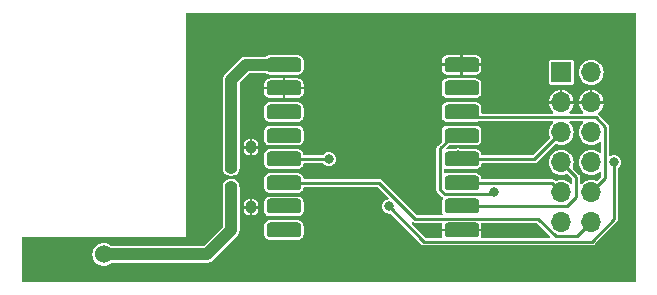
<source format=gbr>
%TF.GenerationSoftware,KiCad,Pcbnew,7.0.4*%
%TF.CreationDate,2023-05-26T13:29:50+02:00*%
%TF.ProjectId,RFM9xW_ANT,52464d39-7857-45f4-914e-542e6b696361,rev?*%
%TF.SameCoordinates,Original*%
%TF.FileFunction,Copper,L1,Top*%
%TF.FilePolarity,Positive*%
%FSLAX46Y46*%
G04 Gerber Fmt 4.6, Leading zero omitted, Abs format (unit mm)*
G04 Created by KiCad (PCBNEW 7.0.4) date 2023-05-26 13:29:50*
%MOMM*%
%LPD*%
G01*
G04 APERTURE LIST*
G04 Aperture macros list*
%AMRoundRect*
0 Rectangle with rounded corners*
0 $1 Rounding radius*
0 $2 $3 $4 $5 $6 $7 $8 $9 X,Y pos of 4 corners*
0 Add a 4 corners polygon primitive as box body*
4,1,4,$2,$3,$4,$5,$6,$7,$8,$9,$2,$3,0*
0 Add four circle primitives for the rounded corners*
1,1,$1+$1,$2,$3*
1,1,$1+$1,$4,$5*
1,1,$1+$1,$6,$7*
1,1,$1+$1,$8,$9*
0 Add four rect primitives between the rounded corners*
20,1,$1+$1,$2,$3,$4,$5,0*
20,1,$1+$1,$4,$5,$6,$7,0*
20,1,$1+$1,$6,$7,$8,$9,0*
20,1,$1+$1,$8,$9,$2,$3,0*%
G04 Aperture macros list end*
%TA.AperFunction,ComponentPad*%
%ADD10R,1.700000X1.700000*%
%TD*%
%TA.AperFunction,ComponentPad*%
%ADD11O,1.700000X1.700000*%
%TD*%
%TA.AperFunction,SMDPad,CuDef*%
%ADD12RoundRect,0.200000X-0.200000X-0.275000X0.200000X-0.275000X0.200000X0.275000X-0.200000X0.275000X0*%
%TD*%
%TA.AperFunction,SMDPad,CuDef*%
%ADD13RoundRect,0.317500X1.157500X0.317500X-1.157500X0.317500X-1.157500X-0.317500X1.157500X-0.317500X0*%
%TD*%
%TA.AperFunction,SMDPad,CuDef*%
%ADD14RoundRect,0.200000X-0.275000X0.200000X-0.275000X-0.200000X0.275000X-0.200000X0.275000X0.200000X0*%
%TD*%
%TA.AperFunction,ComponentPad*%
%ADD15C,1.524000*%
%TD*%
%TA.AperFunction,ViaPad*%
%ADD16C,0.800000*%
%TD*%
%TA.AperFunction,Conductor*%
%ADD17C,0.250000*%
%TD*%
%TA.AperFunction,Conductor*%
%ADD18C,1.000000*%
%TD*%
G04 APERTURE END LIST*
D10*
%TO.P,J1,1,Pin_1*%
%TO.N,VCC*%
X149860000Y-43180000D03*
D11*
%TO.P,J1,2,Pin_2*%
X152400000Y-43180000D03*
%TO.P,J1,3,Pin_3*%
%TO.N,GND*%
X149860000Y-45720000D03*
%TO.P,J1,4,Pin_4*%
X152400000Y-45720000D03*
%TO.P,J1,5,Pin_5*%
%TO.N,SCK*%
X149860000Y-48260000D03*
%TO.P,J1,6,Pin_6*%
%TO.N,unconnected-(J1-Pin_6-Pad6)*%
X152400000Y-48260000D03*
%TO.P,J1,7,Pin_7*%
%TO.N,MISO*%
X149860000Y-50800000D03*
%TO.P,J1,8,Pin_8*%
%TO.N,nCS2*%
X152400000Y-50800000D03*
%TO.P,J1,9,Pin_9*%
%TO.N,MOSI*%
X149860000Y-53340000D03*
%TO.P,J1,10,Pin_10*%
%TO.N,nRESET*%
X152400000Y-53340000D03*
%TO.P,J1,11,Pin_11*%
%TO.N,nCS*%
X149860000Y-55880000D03*
%TO.P,J1,12,Pin_12*%
%TO.N,DIO0*%
X152400000Y-55880000D03*
%TD*%
D12*
%TO.P,M3,1*%
%TO.N,Net-(AE1-A)*%
X121920000Y-54610000D03*
%TO.P,M3,2*%
%TO.N,GND*%
X123570000Y-54610000D03*
%TD*%
D13*
%TO.P,U1,1,GND*%
%TO.N,GND*%
X141415000Y-56530000D03*
%TO.P,U1,2,MISO*%
%TO.N,MISO*%
X141415000Y-54530000D03*
%TO.P,U1,3,MOSI*%
%TO.N,MOSI*%
X141415000Y-52530000D03*
%TO.P,U1,4,SCK*%
%TO.N,SCK*%
X141415000Y-50530000D03*
%TO.P,U1,5,NSS*%
%TO.N,nCS*%
X141415000Y-48530000D03*
%TO.P,U1,6,RESET*%
%TO.N,nRESET*%
X141415000Y-46530000D03*
%TO.P,U1,7,DIO5*%
%TO.N,unconnected-(U1-DIO5-Pad7)*%
X141415000Y-44530000D03*
%TO.P,U1,8,GND*%
%TO.N,GND*%
X141415000Y-42530000D03*
%TO.P,U1,9,ANT*%
%TO.N,Net-(U1-ANT)*%
X126365000Y-42530000D03*
%TO.P,U1,10,GND*%
%TO.N,GND*%
X126365000Y-44530000D03*
%TO.P,U1,11,DIO3*%
%TO.N,unconnected-(U1-DIO3-Pad11)*%
X126365000Y-46530000D03*
%TO.P,U1,12,DIO4*%
%TO.N,unconnected-(U1-DIO4-Pad12)*%
X126365000Y-48530000D03*
%TO.P,U1,13,3.3V*%
%TO.N,VCC*%
X126365000Y-50530000D03*
%TO.P,U1,14,DIO0*%
%TO.N,DIO0*%
X126365000Y-52530000D03*
%TO.P,U1,15,DIO1*%
%TO.N,unconnected-(U1-DIO1-Pad15)*%
X126365000Y-54530000D03*
%TO.P,U1,16,DIO2*%
%TO.N,unconnected-(U1-DIO2-Pad16)*%
X126365000Y-56530000D03*
%TD*%
D12*
%TO.P,M1,1*%
%TO.N,Net-(U1-ANT)*%
X121920000Y-49530000D03*
%TO.P,M1,2*%
%TO.N,GND*%
X123570000Y-49530000D03*
%TD*%
D14*
%TO.P,M2,1*%
%TO.N,Net-(U1-ANT)*%
X121920000Y-51245000D03*
%TO.P,M2,2*%
%TO.N,Net-(AE1-A)*%
X121920000Y-52895000D03*
%TD*%
D15*
%TO.P,AE1,1,A*%
%TO.N,Net-(AE1-A)*%
X111125000Y-58600000D03*
%TD*%
D16*
%TO.N,GND*%
X104775000Y-57785000D03*
X104775000Y-59055000D03*
X104775000Y-60325000D03*
X106045000Y-60325000D03*
X107315000Y-60325000D03*
X108585000Y-60325000D03*
X109855000Y-60325000D03*
X111125000Y-60325000D03*
X112395000Y-60325000D03*
X113665000Y-60325000D03*
X114935000Y-60325000D03*
X116205000Y-60325000D03*
X117475000Y-60325000D03*
X142875000Y-38735000D03*
X132080000Y-50165000D03*
X155575000Y-40005000D03*
X154305000Y-60325000D03*
X155575000Y-56515000D03*
X128905000Y-60325000D03*
X123825000Y-60325000D03*
X155575000Y-55245000D03*
X126365000Y-38735000D03*
X155575000Y-41275000D03*
X130175000Y-38735000D03*
X135255000Y-38735000D03*
X132715000Y-60325000D03*
X149225000Y-60325000D03*
X128905000Y-38735000D03*
X155575000Y-57785000D03*
X139065000Y-60325000D03*
X126365000Y-60325000D03*
X144145000Y-38735000D03*
X150495000Y-38735000D03*
X132715000Y-38735000D03*
X131445000Y-60325000D03*
X155575000Y-59055000D03*
X151765000Y-60325000D03*
X137795000Y-60325000D03*
X147955000Y-51435000D03*
X122555000Y-38735000D03*
X155575000Y-38735000D03*
X121285000Y-60325000D03*
X153035000Y-60325000D03*
X145415000Y-38735000D03*
X154305000Y-38735000D03*
X127635000Y-38735000D03*
X133985000Y-60325000D03*
X155575000Y-43815000D03*
X144145000Y-60325000D03*
X155575000Y-45085000D03*
X127635000Y-60325000D03*
X155575000Y-53975000D03*
X155575000Y-51435000D03*
X125095000Y-38735000D03*
X150495000Y-60325000D03*
X155575000Y-42545000D03*
X122555000Y-60325000D03*
X151765000Y-38735000D03*
X137795000Y-38735000D03*
X121285000Y-38735000D03*
X153035000Y-38735000D03*
X155575000Y-52705000D03*
X125095000Y-60325000D03*
X142875000Y-60325000D03*
X120015000Y-38735000D03*
X140335000Y-60325000D03*
X130175000Y-60325000D03*
X145415000Y-56515000D03*
X149225000Y-38735000D03*
X139065000Y-56515000D03*
X118745000Y-38735000D03*
X155575000Y-50165000D03*
X155575000Y-47625000D03*
X146685000Y-38735000D03*
X146050000Y-48260000D03*
X118745000Y-60325000D03*
X146685000Y-60325000D03*
X155575000Y-46355000D03*
X144145000Y-56515000D03*
X135255000Y-60325000D03*
X141605000Y-60325000D03*
X155575000Y-60325000D03*
X136525000Y-38735000D03*
X133985000Y-38735000D03*
X155575000Y-48895000D03*
X139065000Y-38735000D03*
X120015000Y-60325000D03*
X123825000Y-38735000D03*
X145415000Y-60325000D03*
X146685000Y-56515000D03*
X141605000Y-38735000D03*
X147955000Y-38735000D03*
X147955000Y-60325000D03*
X136525000Y-60325000D03*
X140335000Y-38735000D03*
X131445000Y-38735000D03*
%TO.N,nCS*%
X144145000Y-53340000D03*
%TO.N,SCK*%
X141104326Y-50219325D03*
%TO.N,MOSI*%
X140690500Y-52530000D03*
%TO.N,MISO*%
X141415000Y-54530000D03*
%TO.N,VCC*%
X130175000Y-50530000D03*
%TO.N,nCS2*%
X135267299Y-54530500D03*
X154305000Y-50800000D03*
%TD*%
D17*
%TO.N,DIO0*%
X126365000Y-52530000D02*
X134445000Y-52530000D01*
X134445000Y-52530000D02*
X137485000Y-55570000D01*
X151225000Y-57055000D02*
X152400000Y-55880000D01*
X149373299Y-57055000D02*
X151225000Y-57055000D01*
X147888299Y-55570000D02*
X149373299Y-57055000D01*
X137485000Y-55570000D02*
X147888299Y-55570000D01*
%TO.N,nRESET*%
X152400000Y-53340000D02*
X153575000Y-52165000D01*
X153575000Y-47773299D02*
X152791701Y-46990000D01*
X153575000Y-52165000D02*
X153575000Y-47773299D01*
X152791701Y-46990000D02*
X141875000Y-46990000D01*
X141875000Y-46990000D02*
X141415000Y-46530000D01*
%TO.N,nCS*%
X140700000Y-48530000D02*
X141415000Y-48530000D01*
X139991368Y-53490000D02*
X139615000Y-53113632D01*
X139615000Y-49615000D02*
X140700000Y-48530000D01*
X143995000Y-53490000D02*
X139991368Y-53490000D01*
X144145000Y-53340000D02*
X143995000Y-53490000D01*
X139615000Y-53113632D02*
X139615000Y-49615000D01*
%TO.N,SCK*%
X147590000Y-50530000D02*
X149860000Y-48260000D01*
X141415000Y-50530000D02*
X147590000Y-50530000D01*
%TO.N,MOSI*%
X149860000Y-53340000D02*
X149050000Y-52530000D01*
X149050000Y-52530000D02*
X140690500Y-52530000D01*
%TO.N,MISO*%
X151130000Y-52070000D02*
X149860000Y-50800000D01*
X150331701Y-54530000D02*
X151130000Y-53731701D01*
X151130000Y-53731701D02*
X151130000Y-52070000D01*
X141415000Y-54530000D02*
X150331701Y-54530000D01*
%TO.N,VCC*%
X126365000Y-50530000D02*
X129810000Y-50530000D01*
%TO.N,nCS2*%
X154305000Y-55636701D02*
X154305000Y-50800000D01*
X138241799Y-57505000D02*
X152436701Y-57505000D01*
X135267299Y-54530500D02*
X138241799Y-57505000D01*
X152436701Y-57505000D02*
X154305000Y-55636701D01*
D18*
%TO.N,Net-(AE1-A)*%
X111125000Y-58600000D02*
X119835000Y-58600000D01*
X121920000Y-56515000D02*
X121920000Y-52895000D01*
X119835000Y-58600000D02*
X121920000Y-56515000D01*
%TO.N,Net-(U1-ANT)*%
X126350000Y-42545000D02*
X126365000Y-42530000D01*
X121920000Y-49530000D02*
X121920000Y-43815000D01*
X123190000Y-42545000D02*
X126350000Y-42545000D01*
X121920000Y-51245000D02*
X121920000Y-49530000D01*
X121920000Y-43815000D02*
X123190000Y-42545000D01*
%TD*%
%TA.AperFunction,Conductor*%
%TO.N,GND*%
G36*
X137342820Y-55867806D02*
G01*
X137345316Y-55869554D01*
X137346767Y-55869942D01*
X137370659Y-55879840D01*
X137371954Y-55880588D01*
X137380854Y-55882157D01*
X137412365Y-55887713D01*
X137416544Y-55888638D01*
X137456193Y-55899263D01*
X137497065Y-55895687D01*
X137501365Y-55895500D01*
X139680764Y-55895500D01*
X139738955Y-55914407D01*
X139774919Y-55963907D01*
X139774919Y-56025093D01*
X139772861Y-56030819D01*
X139749987Y-56088821D01*
X139740000Y-56171983D01*
X139740000Y-56429999D01*
X139740001Y-56430000D01*
X143089999Y-56430000D01*
X143090000Y-56429998D01*
X143090000Y-56171989D01*
X143089999Y-56171983D01*
X143080012Y-56088821D01*
X143057139Y-56030819D01*
X143053380Y-55969749D01*
X143086235Y-55918134D01*
X143143154Y-55895687D01*
X143149236Y-55895500D01*
X147712465Y-55895500D01*
X147770656Y-55914407D01*
X147782469Y-55924496D01*
X148868469Y-57010496D01*
X148896246Y-57065013D01*
X148886675Y-57125445D01*
X148843410Y-57168710D01*
X148798465Y-57179500D01*
X143143321Y-57179500D01*
X143085130Y-57160593D01*
X143049166Y-57111093D01*
X143049166Y-57049907D01*
X143051224Y-57044181D01*
X143080012Y-56971178D01*
X143089999Y-56888016D01*
X143090000Y-56888010D01*
X143090000Y-56630001D01*
X143089999Y-56630000D01*
X139740000Y-56630000D01*
X139740000Y-56888016D01*
X139749987Y-56971178D01*
X139778776Y-57044181D01*
X139782535Y-57105251D01*
X139749680Y-57156867D01*
X139692761Y-57179313D01*
X139686679Y-57179500D01*
X138417634Y-57179500D01*
X138359443Y-57160593D01*
X138347630Y-57150504D01*
X137216032Y-56018906D01*
X137188255Y-55964389D01*
X137197826Y-55903957D01*
X137241091Y-55860692D01*
X137301523Y-55851121D01*
X137342820Y-55867806D01*
G37*
%TD.AperFunction*%
%TA.AperFunction,Conductor*%
G36*
X151676468Y-47334407D02*
G01*
X151712432Y-47383907D01*
X151712432Y-47445093D01*
X151681082Y-47491028D01*
X151653595Y-47513585D01*
X151653585Y-47513595D01*
X151522316Y-47673547D01*
X151424768Y-47856045D01*
X151364699Y-48054065D01*
X151364698Y-48054070D01*
X151344417Y-48259996D01*
X151344417Y-48260003D01*
X151364698Y-48465929D01*
X151364699Y-48465934D01*
X151424768Y-48663954D01*
X151522316Y-48846452D01*
X151653542Y-49006352D01*
X151653590Y-49006410D01*
X151653595Y-49006414D01*
X151813547Y-49137683D01*
X151813548Y-49137683D01*
X151813550Y-49137685D01*
X151996046Y-49235232D01*
X152133996Y-49277078D01*
X152194065Y-49295300D01*
X152194070Y-49295301D01*
X152399997Y-49315583D01*
X152400000Y-49315583D01*
X152400003Y-49315583D01*
X152605929Y-49295301D01*
X152605934Y-49295300D01*
X152605933Y-49295299D01*
X152803954Y-49235232D01*
X152986450Y-49137685D01*
X153087697Y-49054594D01*
X153144671Y-49032295D01*
X153203874Y-49047743D01*
X153242690Y-49095040D01*
X153249500Y-49131123D01*
X153249500Y-49928876D01*
X153230593Y-49987067D01*
X153181093Y-50023031D01*
X153119907Y-50023031D01*
X153087695Y-50005404D01*
X153027776Y-49956230D01*
X152986452Y-49922316D01*
X152803954Y-49824768D01*
X152605934Y-49764699D01*
X152605929Y-49764698D01*
X152400003Y-49744417D01*
X152399997Y-49744417D01*
X152194070Y-49764698D01*
X152194065Y-49764699D01*
X151996045Y-49824768D01*
X151813547Y-49922316D01*
X151653595Y-50053585D01*
X151653585Y-50053595D01*
X151522316Y-50213547D01*
X151424768Y-50396045D01*
X151364699Y-50594065D01*
X151364698Y-50594070D01*
X151344417Y-50799996D01*
X151344417Y-50800003D01*
X151364698Y-51005929D01*
X151364699Y-51005934D01*
X151424768Y-51203954D01*
X151522316Y-51386452D01*
X151653585Y-51546404D01*
X151653590Y-51546410D01*
X151653595Y-51546414D01*
X151813547Y-51677683D01*
X151813548Y-51677683D01*
X151813550Y-51677685D01*
X151996046Y-51775232D01*
X152133997Y-51817078D01*
X152194065Y-51835300D01*
X152194070Y-51835301D01*
X152399997Y-51855583D01*
X152400000Y-51855583D01*
X152400003Y-51855583D01*
X152605929Y-51835301D01*
X152605934Y-51835300D01*
X152621276Y-51830646D01*
X152803954Y-51775232D01*
X152986450Y-51677685D01*
X153087697Y-51594594D01*
X153144671Y-51572295D01*
X153203874Y-51587743D01*
X153242690Y-51635040D01*
X153249500Y-51671123D01*
X153249500Y-51989166D01*
X153230593Y-52047357D01*
X153220503Y-52059170D01*
X152928175Y-52351497D01*
X152873659Y-52379274D01*
X152813227Y-52369703D01*
X152811504Y-52368803D01*
X152803959Y-52364770D01*
X152803954Y-52364768D01*
X152605934Y-52304699D01*
X152605929Y-52304698D01*
X152400003Y-52284417D01*
X152399997Y-52284417D01*
X152194070Y-52304698D01*
X152194065Y-52304699D01*
X151996045Y-52364768D01*
X151813547Y-52462316D01*
X151653595Y-52593585D01*
X151653585Y-52593595D01*
X151631028Y-52621082D01*
X151579497Y-52654069D01*
X151518417Y-52650467D01*
X151471121Y-52611652D01*
X151455500Y-52558277D01*
X151455500Y-52086364D01*
X151455687Y-52082067D01*
X151459263Y-52041193D01*
X151448638Y-52001544D01*
X151447713Y-51997365D01*
X151440588Y-51956955D01*
X151440588Y-51956954D01*
X151439840Y-51955659D01*
X151429942Y-51931767D01*
X151429554Y-51930316D01*
X151406022Y-51896709D01*
X151403707Y-51893074D01*
X151383193Y-51857544D01*
X151376221Y-51851694D01*
X151351771Y-51831178D01*
X151348594Y-51828266D01*
X150848502Y-51328175D01*
X150820725Y-51273658D01*
X150830296Y-51213226D01*
X150831154Y-51211582D01*
X150835232Y-51203954D01*
X150895300Y-51005934D01*
X150895301Y-51005929D01*
X150915583Y-50800003D01*
X150915583Y-50799996D01*
X150895301Y-50594070D01*
X150895300Y-50594065D01*
X150875866Y-50529999D01*
X150835232Y-50396046D01*
X150737685Y-50213550D01*
X150730667Y-50204999D01*
X150606414Y-50053595D01*
X150606410Y-50053590D01*
X150606404Y-50053585D01*
X150446452Y-49922316D01*
X150263954Y-49824768D01*
X150065934Y-49764699D01*
X150065929Y-49764698D01*
X149860003Y-49744417D01*
X149859997Y-49744417D01*
X149654070Y-49764698D01*
X149654065Y-49764699D01*
X149456045Y-49824768D01*
X149273547Y-49922316D01*
X149113595Y-50053585D01*
X149113585Y-50053595D01*
X148982316Y-50213547D01*
X148884768Y-50396045D01*
X148824699Y-50594065D01*
X148824698Y-50594070D01*
X148804417Y-50799996D01*
X148804417Y-50800003D01*
X148824698Y-51005929D01*
X148824699Y-51005934D01*
X148884768Y-51203954D01*
X148982316Y-51386452D01*
X149113585Y-51546404D01*
X149113590Y-51546410D01*
X149113595Y-51546414D01*
X149273547Y-51677683D01*
X149273548Y-51677683D01*
X149273550Y-51677685D01*
X149456046Y-51775232D01*
X149593997Y-51817078D01*
X149654065Y-51835300D01*
X149654070Y-51835301D01*
X149859997Y-51855583D01*
X149860000Y-51855583D01*
X149860003Y-51855583D01*
X150065929Y-51835301D01*
X150065934Y-51835300D01*
X150081276Y-51830646D01*
X150263954Y-51775232D01*
X150271503Y-51771196D01*
X150331733Y-51760439D01*
X150386786Y-51787139D01*
X150388175Y-51788502D01*
X150775503Y-52175829D01*
X150803281Y-52230346D01*
X150804500Y-52245833D01*
X150804500Y-52558277D01*
X150785593Y-52616468D01*
X150736093Y-52652432D01*
X150674907Y-52652432D01*
X150628972Y-52621082D01*
X150606414Y-52593595D01*
X150606410Y-52593590D01*
X150563381Y-52558277D01*
X150446452Y-52462316D01*
X150263954Y-52364768D01*
X150065934Y-52304699D01*
X150065929Y-52304698D01*
X149860003Y-52284417D01*
X149859997Y-52284417D01*
X149654070Y-52304698D01*
X149654065Y-52304699D01*
X149456052Y-52364766D01*
X149456049Y-52364767D01*
X149456046Y-52364768D01*
X149456044Y-52364768D01*
X149456041Y-52364770D01*
X149448489Y-52368807D01*
X149388255Y-52379558D01*
X149333206Y-52352852D01*
X149331823Y-52351497D01*
X149291741Y-52311414D01*
X149288822Y-52308229D01*
X149262456Y-52276806D01*
X149239818Y-52263736D01*
X149226918Y-52256288D01*
X149223288Y-52253975D01*
X149189684Y-52230446D01*
X149189679Y-52230443D01*
X149188224Y-52230054D01*
X149164348Y-52220164D01*
X149163045Y-52219411D01*
X149122652Y-52212289D01*
X149118436Y-52211354D01*
X149098567Y-52206030D01*
X149078807Y-52200736D01*
X149078806Y-52200736D01*
X149074381Y-52201123D01*
X149037926Y-52204312D01*
X149033626Y-52204500D01*
X143182232Y-52204500D01*
X143124041Y-52185593D01*
X143088077Y-52136093D01*
X143083938Y-52117305D01*
X143083535Y-52113952D01*
X143080503Y-52088703D01*
X143028265Y-51956236D01*
X143028261Y-51956231D01*
X143028261Y-51956230D01*
X142942228Y-51842779D01*
X142942225Y-51842775D01*
X142930183Y-51833643D01*
X142828769Y-51756738D01*
X142828766Y-51756737D01*
X142828764Y-51756735D01*
X142696297Y-51704497D01*
X142644087Y-51698227D01*
X142613054Y-51694500D01*
X142613052Y-51694500D01*
X140216948Y-51694500D01*
X140216945Y-51694500D01*
X140133702Y-51704497D01*
X140095818Y-51719436D01*
X140075817Y-51727324D01*
X140014749Y-51731082D01*
X139963133Y-51698227D01*
X139940687Y-51641307D01*
X139940500Y-51635226D01*
X139940500Y-51424773D01*
X139959407Y-51366582D01*
X140008907Y-51330618D01*
X140070093Y-51330618D01*
X140075791Y-51332665D01*
X140133703Y-51355503D01*
X140216948Y-51365500D01*
X140216950Y-51365500D01*
X142613050Y-51365500D01*
X142613052Y-51365500D01*
X142696297Y-51355503D01*
X142828764Y-51303265D01*
X142942225Y-51217225D01*
X143028265Y-51103764D01*
X143080503Y-50971297D01*
X143083937Y-50942695D01*
X143109650Y-50887174D01*
X143163085Y-50857369D01*
X143182232Y-50855500D01*
X147573626Y-50855500D01*
X147577926Y-50855687D01*
X147618807Y-50859264D01*
X147658452Y-50848640D01*
X147662650Y-50847710D01*
X147703045Y-50840588D01*
X147704345Y-50839838D01*
X147728236Y-50829942D01*
X147728464Y-50829880D01*
X147729684Y-50829554D01*
X147763303Y-50806012D01*
X147766911Y-50803714D01*
X147802455Y-50783194D01*
X147828838Y-50751750D01*
X147831726Y-50748598D01*
X149331824Y-49248500D01*
X149386339Y-49220725D01*
X149446771Y-49230296D01*
X149448493Y-49231195D01*
X149456046Y-49235232D01*
X149567841Y-49269144D01*
X149654065Y-49295300D01*
X149654070Y-49295301D01*
X149859997Y-49315583D01*
X149860000Y-49315583D01*
X149860003Y-49315583D01*
X150065929Y-49295301D01*
X150065934Y-49295300D01*
X150065934Y-49295299D01*
X150263954Y-49235232D01*
X150446450Y-49137685D01*
X150606410Y-49006410D01*
X150737685Y-48846450D01*
X150835232Y-48663954D01*
X150895300Y-48465934D01*
X150895301Y-48465929D01*
X150915583Y-48260003D01*
X150915583Y-48259996D01*
X150895301Y-48054070D01*
X150895300Y-48054065D01*
X150865622Y-47956230D01*
X150835232Y-47856046D01*
X150737685Y-47673550D01*
X150726773Y-47660254D01*
X150622407Y-47533083D01*
X150606410Y-47513590D01*
X150578918Y-47491028D01*
X150545931Y-47439497D01*
X150549533Y-47378417D01*
X150588348Y-47331121D01*
X150641723Y-47315500D01*
X151618277Y-47315500D01*
X151676468Y-47334407D01*
G37*
%TD.AperFunction*%
%TA.AperFunction,Conductor*%
G36*
X156143691Y-38144407D02*
G01*
X156179655Y-38193907D01*
X156184500Y-38224500D01*
X156184500Y-60835500D01*
X156165593Y-60893691D01*
X156116093Y-60929655D01*
X156085500Y-60934500D01*
X119380000Y-60934500D01*
X119380000Y-59300500D01*
X119812341Y-59300500D01*
X119815306Y-59300589D01*
X119872904Y-59304073D01*
X119877605Y-59304358D01*
X119877605Y-59304357D01*
X119877606Y-59304358D01*
X119939019Y-59293103D01*
X119941924Y-59292661D01*
X120003872Y-59285140D01*
X120015462Y-59280744D01*
X120032725Y-59275931D01*
X120044932Y-59273695D01*
X120101854Y-59248075D01*
X120104588Y-59246943D01*
X120162930Y-59224818D01*
X120173142Y-59217768D01*
X120188750Y-59208965D01*
X120200057Y-59203878D01*
X120249174Y-59165395D01*
X120251582Y-59163625D01*
X120302929Y-59128183D01*
X120302929Y-59128182D01*
X120344307Y-59081474D01*
X120346337Y-59079319D01*
X122399319Y-57026337D01*
X122401474Y-57024307D01*
X122448183Y-56982929D01*
X122483628Y-56931577D01*
X122485401Y-56929167D01*
X122517613Y-56888052D01*
X124689500Y-56888052D01*
X124699497Y-56971297D01*
X124751735Y-57103764D01*
X124751737Y-57103766D01*
X124751738Y-57103769D01*
X124809025Y-57179313D01*
X124837775Y-57217225D01*
X124837779Y-57217228D01*
X124951230Y-57303261D01*
X124951231Y-57303261D01*
X124951236Y-57303265D01*
X125083703Y-57355503D01*
X125166948Y-57365500D01*
X125166950Y-57365500D01*
X127563050Y-57365500D01*
X127563052Y-57365500D01*
X127646297Y-57355503D01*
X127778764Y-57303265D01*
X127892225Y-57217225D01*
X127978265Y-57103764D01*
X128030503Y-56971297D01*
X128040500Y-56888052D01*
X128040500Y-56171948D01*
X128030503Y-56088703D01*
X127978265Y-55956236D01*
X127978261Y-55956231D01*
X127978261Y-55956230D01*
X127892228Y-55842779D01*
X127892225Y-55842775D01*
X127866404Y-55823194D01*
X127778769Y-55756738D01*
X127778766Y-55756737D01*
X127778764Y-55756735D01*
X127646297Y-55704497D01*
X127604674Y-55699498D01*
X127563054Y-55694500D01*
X127563052Y-55694500D01*
X125166948Y-55694500D01*
X125166945Y-55694500D01*
X125104514Y-55701997D01*
X125083703Y-55704497D01*
X124951236Y-55756735D01*
X124951234Y-55756736D01*
X124951230Y-55756738D01*
X124837779Y-55842771D01*
X124837771Y-55842779D01*
X124751738Y-55956230D01*
X124751736Y-55956234D01*
X124751735Y-55956236D01*
X124699497Y-56088703D01*
X124689500Y-56171948D01*
X124689500Y-56888052D01*
X122517613Y-56888052D01*
X122523873Y-56880062D01*
X122523872Y-56880062D01*
X122523877Y-56880057D01*
X122528967Y-56868745D01*
X122537766Y-56853144D01*
X122544818Y-56842930D01*
X122566948Y-56784574D01*
X122568080Y-56781840D01*
X122593694Y-56724932D01*
X122593695Y-56724930D01*
X122595929Y-56712736D01*
X122600743Y-56695465D01*
X122605140Y-56683872D01*
X122612665Y-56621893D01*
X122613101Y-56619022D01*
X122624357Y-56557606D01*
X122620589Y-56495316D01*
X122620500Y-56492352D01*
X122620500Y-54710000D01*
X122970000Y-54710000D01*
X122970001Y-54916483D01*
X122970001Y-54916485D01*
X122984833Y-55010141D01*
X122984836Y-55010151D01*
X123042358Y-55123043D01*
X123131956Y-55212641D01*
X123244848Y-55270163D01*
X123244852Y-55270164D01*
X123338515Y-55284999D01*
X123470000Y-55284999D01*
X123470000Y-55284998D01*
X123669999Y-55284998D01*
X123670000Y-55284999D01*
X123801483Y-55284999D01*
X123801485Y-55284998D01*
X123895141Y-55270166D01*
X123895151Y-55270163D01*
X124008043Y-55212641D01*
X124097641Y-55123043D01*
X124155163Y-55010151D01*
X124155164Y-55010147D01*
X124170000Y-54916484D01*
X124170000Y-54888054D01*
X124689500Y-54888054D01*
X124693806Y-54923907D01*
X124699497Y-54971297D01*
X124751735Y-55103764D01*
X124751737Y-55103766D01*
X124751738Y-55103769D01*
X124837770Y-55217219D01*
X124837775Y-55217225D01*
X124837779Y-55217228D01*
X124951230Y-55303261D01*
X124951231Y-55303261D01*
X124951236Y-55303265D01*
X125083703Y-55355503D01*
X125166948Y-55365500D01*
X125166950Y-55365500D01*
X127563050Y-55365500D01*
X127563052Y-55365500D01*
X127646297Y-55355503D01*
X127778764Y-55303265D01*
X127892225Y-55217225D01*
X127893531Y-55215504D01*
X127978261Y-55103769D01*
X127978260Y-55103769D01*
X127978265Y-55103764D01*
X128030503Y-54971297D01*
X128040500Y-54888052D01*
X128040500Y-54171948D01*
X128030503Y-54088703D01*
X127978265Y-53956236D01*
X127978261Y-53956231D01*
X127978261Y-53956230D01*
X127892228Y-53842779D01*
X127892225Y-53842775D01*
X127886104Y-53838133D01*
X127778769Y-53756738D01*
X127778766Y-53756737D01*
X127778764Y-53756735D01*
X127646297Y-53704497D01*
X127604674Y-53699498D01*
X127563054Y-53694500D01*
X127563052Y-53694500D01*
X125166948Y-53694500D01*
X125166945Y-53694500D01*
X125104514Y-53701997D01*
X125083703Y-53704497D01*
X124951236Y-53756735D01*
X124951234Y-53756736D01*
X124951230Y-53756738D01*
X124837779Y-53842771D01*
X124837771Y-53842779D01*
X124751738Y-53956230D01*
X124751736Y-53956234D01*
X124751735Y-53956236D01*
X124700400Y-54086414D01*
X124699497Y-54088704D01*
X124689500Y-54171945D01*
X124689500Y-54888054D01*
X124170000Y-54888054D01*
X124170000Y-54710001D01*
X124169999Y-54710000D01*
X123670001Y-54710000D01*
X123669999Y-54710001D01*
X123669999Y-55284998D01*
X123470000Y-55284998D01*
X123470000Y-54710001D01*
X123469999Y-54710000D01*
X122970000Y-54710000D01*
X122620500Y-54710000D01*
X122620500Y-54509998D01*
X122970000Y-54509998D01*
X122970001Y-54510000D01*
X123469999Y-54510000D01*
X123470000Y-54509998D01*
X123470000Y-53935001D01*
X123469999Y-53935000D01*
X123669999Y-53935000D01*
X123669999Y-54509998D01*
X123670001Y-54510000D01*
X124169998Y-54510000D01*
X124169999Y-54509999D01*
X124169999Y-54303516D01*
X124169998Y-54303514D01*
X124155166Y-54209858D01*
X124155163Y-54209848D01*
X124097641Y-54096956D01*
X124008043Y-54007358D01*
X123895151Y-53949836D01*
X123895147Y-53949835D01*
X123801484Y-53935000D01*
X123669999Y-53935000D01*
X123469999Y-53935000D01*
X123338517Y-53935000D01*
X123338514Y-53935001D01*
X123244858Y-53949833D01*
X123244848Y-53949836D01*
X123131956Y-54007358D01*
X123042358Y-54096956D01*
X122984836Y-54209848D01*
X122984835Y-54209852D01*
X122970000Y-54303515D01*
X122970000Y-54509998D01*
X122620500Y-54509998D01*
X122620500Y-52888052D01*
X124689500Y-52888052D01*
X124699497Y-52971297D01*
X124751735Y-53103764D01*
X124751737Y-53103766D01*
X124751738Y-53103769D01*
X124837771Y-53217220D01*
X124837775Y-53217225D01*
X124837779Y-53217228D01*
X124951230Y-53303261D01*
X124951231Y-53303261D01*
X124951236Y-53303265D01*
X125083703Y-53355503D01*
X125166948Y-53365500D01*
X125166950Y-53365500D01*
X127563050Y-53365500D01*
X127563052Y-53365500D01*
X127646297Y-53355503D01*
X127778764Y-53303265D01*
X127892225Y-53217225D01*
X127978265Y-53103764D01*
X128030503Y-52971297D01*
X128033937Y-52942695D01*
X128059650Y-52887174D01*
X128113085Y-52857369D01*
X128132232Y-52855500D01*
X134269166Y-52855500D01*
X134327357Y-52874407D01*
X134339170Y-52884496D01*
X135224486Y-53769812D01*
X135252263Y-53824329D01*
X135242692Y-53884761D01*
X135199427Y-53928026D01*
X135167405Y-53937969D01*
X135110539Y-53945455D01*
X135110532Y-53945457D01*
X134964460Y-54005962D01*
X134964459Y-54005962D01*
X134839022Y-54102213D01*
X134839012Y-54102223D01*
X134742761Y-54227660D01*
X134742761Y-54227661D01*
X134682256Y-54373733D01*
X134682254Y-54373741D01*
X134661617Y-54530499D01*
X134661617Y-54530500D01*
X134682254Y-54687258D01*
X134682256Y-54687266D01*
X134742761Y-54833338D01*
X134742761Y-54833339D01*
X134826673Y-54942695D01*
X134839017Y-54958782D01*
X134964458Y-55055036D01*
X134964459Y-55055036D01*
X134964460Y-55055037D01*
X135095175Y-55109181D01*
X135110537Y-55115544D01*
X135267299Y-55136182D01*
X135347340Y-55125643D01*
X135407498Y-55136792D01*
X135430265Y-55153792D01*
X138000067Y-57723596D01*
X138002986Y-57726782D01*
X138029344Y-57758194D01*
X138064873Y-57778707D01*
X138068508Y-57781022D01*
X138102115Y-57804554D01*
X138103566Y-57804942D01*
X138127458Y-57814840D01*
X138128753Y-57815588D01*
X138137653Y-57817157D01*
X138169164Y-57822713D01*
X138173343Y-57823638D01*
X138212992Y-57834263D01*
X138253864Y-57830687D01*
X138258164Y-57830500D01*
X152420327Y-57830500D01*
X152424627Y-57830687D01*
X152465508Y-57834264D01*
X152505153Y-57823640D01*
X152509351Y-57822710D01*
X152549746Y-57815588D01*
X152551046Y-57814838D01*
X152574937Y-57804942D01*
X152575165Y-57804880D01*
X152576385Y-57804554D01*
X152610004Y-57781012D01*
X152613612Y-57778714D01*
X152649156Y-57758194D01*
X152675539Y-57726750D01*
X152678430Y-57723596D01*
X154523583Y-55878443D01*
X154526760Y-55875530D01*
X154558194Y-55849156D01*
X154578714Y-55813612D01*
X154581012Y-55810004D01*
X154604554Y-55776385D01*
X154604941Y-55774937D01*
X154614838Y-55751046D01*
X154615588Y-55749746D01*
X154622709Y-55709357D01*
X154623640Y-55705153D01*
X154634264Y-55665508D01*
X154630687Y-55624623D01*
X154630500Y-55620324D01*
X154630500Y-51355970D01*
X154649407Y-51297779D01*
X154669233Y-51277428D01*
X154670759Y-51276257D01*
X154733282Y-51228282D01*
X154829536Y-51102841D01*
X154890044Y-50956762D01*
X154910682Y-50800000D01*
X154910681Y-50799996D01*
X154903913Y-50748587D01*
X154890044Y-50643238D01*
X154829537Y-50497161D01*
X154829537Y-50497160D01*
X154733286Y-50371723D01*
X154733285Y-50371722D01*
X154733282Y-50371718D01*
X154733277Y-50371714D01*
X154733276Y-50371713D01*
X154607838Y-50275462D01*
X154461766Y-50214957D01*
X154461758Y-50214955D01*
X154305001Y-50194318D01*
X154304999Y-50194318D01*
X154148241Y-50214955D01*
X154148232Y-50214957D01*
X154037385Y-50260872D01*
X153976388Y-50265673D01*
X153924220Y-50233703D01*
X153900805Y-50177175D01*
X153900500Y-50169408D01*
X153900500Y-47789672D01*
X153900687Y-47785371D01*
X153904264Y-47744492D01*
X153893640Y-47704847D01*
X153892710Y-47700647D01*
X153887932Y-47673550D01*
X153885588Y-47660254D01*
X153884840Y-47658958D01*
X153874942Y-47635066D01*
X153874554Y-47633615D01*
X153874552Y-47633612D01*
X153874551Y-47633610D01*
X153851025Y-47600011D01*
X153848703Y-47596367D01*
X153828193Y-47560842D01*
X153807069Y-47543118D01*
X153796765Y-47534472D01*
X153793588Y-47531560D01*
X153033442Y-46771414D01*
X153030523Y-46768229D01*
X153004155Y-46736805D01*
X153002581Y-46735484D01*
X153001221Y-46733308D01*
X152998589Y-46730171D01*
X152999029Y-46729801D01*
X152970158Y-46683596D01*
X152974426Y-46622560D01*
X153003413Y-46583117D01*
X153146052Y-46466057D01*
X153146059Y-46466050D01*
X153277268Y-46306170D01*
X153277275Y-46306160D01*
X153374765Y-46123767D01*
X153374767Y-46123762D01*
X153434808Y-45925836D01*
X153434809Y-45925831D01*
X153445232Y-45820000D01*
X152891746Y-45820000D01*
X152900000Y-45791889D01*
X152900000Y-45648111D01*
X152891746Y-45620000D01*
X153445232Y-45620000D01*
X153445232Y-45619999D01*
X153434809Y-45514168D01*
X153434808Y-45514163D01*
X153374767Y-45316237D01*
X153374765Y-45316232D01*
X153277275Y-45133839D01*
X153277268Y-45133829D01*
X153146059Y-44973949D01*
X153146050Y-44973940D01*
X152986170Y-44842731D01*
X152986160Y-44842724D01*
X152803767Y-44745234D01*
X152803762Y-44745232D01*
X152605836Y-44685191D01*
X152605831Y-44685190D01*
X152500000Y-44674767D01*
X152500000Y-45229235D01*
X152435763Y-45220000D01*
X152364237Y-45220000D01*
X152300000Y-45229235D01*
X152300000Y-44674767D01*
X152299999Y-44674767D01*
X152194168Y-44685190D01*
X152194163Y-44685191D01*
X151996237Y-44745232D01*
X151996232Y-44745234D01*
X151813839Y-44842724D01*
X151813829Y-44842731D01*
X151653949Y-44973940D01*
X151653940Y-44973949D01*
X151522731Y-45133829D01*
X151522724Y-45133839D01*
X151425234Y-45316232D01*
X151425232Y-45316237D01*
X151365191Y-45514163D01*
X151365190Y-45514168D01*
X151354767Y-45619999D01*
X151354768Y-45620000D01*
X151908254Y-45620000D01*
X151900000Y-45648111D01*
X151900000Y-45791889D01*
X151908254Y-45820000D01*
X151354767Y-45820000D01*
X151365190Y-45925831D01*
X151365191Y-45925836D01*
X151425232Y-46123762D01*
X151425234Y-46123767D01*
X151522724Y-46306160D01*
X151522731Y-46306170D01*
X151653940Y-46466050D01*
X151653953Y-46466063D01*
X151681868Y-46488972D01*
X151714856Y-46540503D01*
X151711255Y-46601582D01*
X151672439Y-46648879D01*
X151619064Y-46664500D01*
X150640936Y-46664500D01*
X150582745Y-46645593D01*
X150546781Y-46596093D01*
X150546781Y-46534907D01*
X150578132Y-46488972D01*
X150606046Y-46466063D01*
X150606059Y-46466050D01*
X150737268Y-46306170D01*
X150737275Y-46306160D01*
X150834765Y-46123767D01*
X150834767Y-46123762D01*
X150894808Y-45925836D01*
X150894809Y-45925831D01*
X150905232Y-45820000D01*
X150351746Y-45820000D01*
X150360000Y-45791889D01*
X150360000Y-45648111D01*
X150351746Y-45620000D01*
X150905232Y-45620000D01*
X150905232Y-45619999D01*
X150894809Y-45514168D01*
X150894808Y-45514163D01*
X150834767Y-45316237D01*
X150834765Y-45316232D01*
X150737275Y-45133839D01*
X150737268Y-45133829D01*
X150606059Y-44973949D01*
X150606050Y-44973940D01*
X150446170Y-44842731D01*
X150446160Y-44842724D01*
X150263767Y-44745234D01*
X150263762Y-44745232D01*
X150065836Y-44685191D01*
X150065831Y-44685190D01*
X149960000Y-44674767D01*
X149960000Y-45229235D01*
X149895763Y-45220000D01*
X149824237Y-45220000D01*
X149760000Y-45229235D01*
X149760000Y-44674767D01*
X149759999Y-44674767D01*
X149654168Y-44685190D01*
X149654163Y-44685191D01*
X149456237Y-44745232D01*
X149456232Y-44745234D01*
X149273839Y-44842724D01*
X149273829Y-44842731D01*
X149113949Y-44973940D01*
X149113940Y-44973949D01*
X148982731Y-45133829D01*
X148982724Y-45133839D01*
X148885234Y-45316232D01*
X148885232Y-45316237D01*
X148825191Y-45514163D01*
X148825190Y-45514168D01*
X148814767Y-45619999D01*
X148814768Y-45620000D01*
X149368254Y-45620000D01*
X149360000Y-45648111D01*
X149360000Y-45791889D01*
X149368254Y-45820000D01*
X148814767Y-45820000D01*
X148825190Y-45925831D01*
X148825191Y-45925836D01*
X148885232Y-46123762D01*
X148885234Y-46123767D01*
X148982724Y-46306160D01*
X148982731Y-46306170D01*
X149113940Y-46466050D01*
X149113953Y-46466063D01*
X149141868Y-46488972D01*
X149174856Y-46540503D01*
X149171255Y-46601582D01*
X149132439Y-46648879D01*
X149079064Y-46664500D01*
X143189500Y-46664500D01*
X143131309Y-46645593D01*
X143095345Y-46596093D01*
X143090500Y-46565500D01*
X143090500Y-46171949D01*
X143090500Y-46171948D01*
X143080503Y-46088703D01*
X143028265Y-45956236D01*
X143028261Y-45956231D01*
X143028261Y-45956230D01*
X142942228Y-45842779D01*
X142942225Y-45842775D01*
X142875122Y-45791889D01*
X142828769Y-45756738D01*
X142828766Y-45756737D01*
X142828764Y-45756735D01*
X142696297Y-45704497D01*
X142654674Y-45699498D01*
X142613054Y-45694500D01*
X142613052Y-45694500D01*
X140216948Y-45694500D01*
X140216945Y-45694500D01*
X140154514Y-45701997D01*
X140133703Y-45704497D01*
X140001236Y-45756735D01*
X140001234Y-45756736D01*
X140001230Y-45756738D01*
X139887779Y-45842771D01*
X139887771Y-45842779D01*
X139801738Y-45956230D01*
X139801736Y-45956234D01*
X139801735Y-45956236D01*
X139749497Y-46088703D01*
X139739500Y-46171948D01*
X139739500Y-46888052D01*
X139749497Y-46971297D01*
X139801735Y-47103764D01*
X139801737Y-47103766D01*
X139801738Y-47103769D01*
X139887771Y-47217220D01*
X139887775Y-47217225D01*
X139887779Y-47217228D01*
X140001230Y-47303261D01*
X140001231Y-47303261D01*
X140001236Y-47303265D01*
X140133703Y-47355503D01*
X140216948Y-47365500D01*
X140216950Y-47365500D01*
X142613050Y-47365500D01*
X142613052Y-47365500D01*
X142696297Y-47355503D01*
X142780235Y-47322402D01*
X142816554Y-47315500D01*
X149078277Y-47315500D01*
X149136468Y-47334407D01*
X149172432Y-47383907D01*
X149172432Y-47445093D01*
X149141082Y-47491028D01*
X149113595Y-47513585D01*
X149113585Y-47513595D01*
X148982316Y-47673547D01*
X148884768Y-47856045D01*
X148824699Y-48054065D01*
X148824698Y-48054070D01*
X148804417Y-48259996D01*
X148804417Y-48260003D01*
X148824698Y-48465929D01*
X148824699Y-48465934D01*
X148870787Y-48617865D01*
X148884768Y-48663954D01*
X148888802Y-48671501D01*
X148899560Y-48731732D01*
X148872860Y-48786785D01*
X148871497Y-48788175D01*
X147484170Y-50175504D01*
X147429653Y-50203281D01*
X147414166Y-50204500D01*
X143182232Y-50204500D01*
X143124041Y-50185593D01*
X143088077Y-50136093D01*
X143083938Y-50117305D01*
X143083535Y-50113952D01*
X143080503Y-50088703D01*
X143028265Y-49956236D01*
X143028261Y-49956231D01*
X143028261Y-49956230D01*
X142942228Y-49842779D01*
X142942225Y-49842775D01*
X142942220Y-49842771D01*
X142828769Y-49756738D01*
X142828766Y-49756737D01*
X142828764Y-49756735D01*
X142696297Y-49704497D01*
X142654674Y-49699498D01*
X142613054Y-49694500D01*
X142613052Y-49694500D01*
X141426161Y-49694500D01*
X141388276Y-49686964D01*
X141261088Y-49634281D01*
X141261085Y-49634280D01*
X141261084Y-49634280D01*
X141104327Y-49613643D01*
X141104325Y-49613643D01*
X140947567Y-49634280D01*
X140947564Y-49634280D01*
X140947564Y-49634281D01*
X140820375Y-49686964D01*
X140782491Y-49694500D01*
X140234834Y-49694500D01*
X140176643Y-49675593D01*
X140140679Y-49626093D01*
X140140679Y-49564907D01*
X140164830Y-49525496D01*
X140295830Y-49394496D01*
X140350347Y-49366719D01*
X140365834Y-49365500D01*
X142613050Y-49365500D01*
X142613052Y-49365500D01*
X142696297Y-49355503D01*
X142828764Y-49303265D01*
X142942225Y-49217225D01*
X143028265Y-49103764D01*
X143080503Y-48971297D01*
X143090500Y-48888052D01*
X143090500Y-48171948D01*
X143080503Y-48088703D01*
X143028265Y-47956236D01*
X143028261Y-47956231D01*
X143028261Y-47956230D01*
X142942228Y-47842779D01*
X142942225Y-47842775D01*
X142942220Y-47842771D01*
X142828769Y-47756738D01*
X142828766Y-47756737D01*
X142828764Y-47756735D01*
X142696297Y-47704497D01*
X142654674Y-47699498D01*
X142613054Y-47694500D01*
X142613052Y-47694500D01*
X140216948Y-47694500D01*
X140216945Y-47694500D01*
X140154514Y-47701997D01*
X140133703Y-47704497D01*
X140001236Y-47756735D01*
X140001234Y-47756736D01*
X140001230Y-47756738D01*
X139887779Y-47842771D01*
X139887771Y-47842779D01*
X139801738Y-47956230D01*
X139801736Y-47956234D01*
X139801735Y-47956236D01*
X139749497Y-48088703D01*
X139749497Y-48088704D01*
X139739500Y-48171945D01*
X139739500Y-48888056D01*
X139748999Y-48967155D01*
X139737164Y-49027185D01*
X139720709Y-49048963D01*
X139396413Y-49373259D01*
X139393229Y-49376176D01*
X139361807Y-49402542D01*
X139361806Y-49402544D01*
X139341292Y-49438075D01*
X139338972Y-49441716D01*
X139315446Y-49475316D01*
X139315442Y-49475324D01*
X139315051Y-49476786D01*
X139305170Y-49500640D01*
X139304414Y-49501948D01*
X139304410Y-49501960D01*
X139297287Y-49542349D01*
X139296353Y-49546564D01*
X139285736Y-49586187D01*
X139285736Y-49586193D01*
X139289312Y-49627072D01*
X139289500Y-49631373D01*
X139289500Y-53097257D01*
X139289312Y-53101559D01*
X139286469Y-53134065D01*
X139285736Y-53142438D01*
X139296354Y-53182068D01*
X139297289Y-53186284D01*
X139304411Y-53226677D01*
X139305164Y-53227980D01*
X139315054Y-53251856D01*
X139315443Y-53253311D01*
X139315446Y-53253316D01*
X139338971Y-53286913D01*
X139341288Y-53290550D01*
X139361806Y-53326086D01*
X139361806Y-53326087D01*
X139393224Y-53352450D01*
X139396410Y-53355369D01*
X139749625Y-53708584D01*
X139752543Y-53711769D01*
X139778912Y-53743193D01*
X139778913Y-53743194D01*
X139809942Y-53761109D01*
X139850882Y-53806575D01*
X139857279Y-53867425D01*
X139839326Y-53906663D01*
X139801738Y-53956230D01*
X139801736Y-53956234D01*
X139801735Y-53956236D01*
X139750400Y-54086414D01*
X139749497Y-54088704D01*
X139739500Y-54171945D01*
X139739500Y-54888054D01*
X139743806Y-54923907D01*
X139749497Y-54971297D01*
X139801735Y-55103764D01*
X139801736Y-55103766D01*
X139803872Y-55109181D01*
X139807630Y-55170251D01*
X139774775Y-55221867D01*
X139717855Y-55244313D01*
X139711774Y-55244500D01*
X137660835Y-55244500D01*
X137602644Y-55225593D01*
X137590831Y-55215504D01*
X134686741Y-52311414D01*
X134683822Y-52308229D01*
X134657456Y-52276806D01*
X134634818Y-52263736D01*
X134621918Y-52256288D01*
X134618288Y-52253975D01*
X134584684Y-52230446D01*
X134584679Y-52230443D01*
X134583224Y-52230054D01*
X134559348Y-52220164D01*
X134558045Y-52219411D01*
X134517652Y-52212289D01*
X134513436Y-52211354D01*
X134493567Y-52206030D01*
X134473807Y-52200736D01*
X134473806Y-52200736D01*
X134469381Y-52201123D01*
X134432926Y-52204312D01*
X134428626Y-52204500D01*
X128132232Y-52204500D01*
X128074041Y-52185593D01*
X128038077Y-52136093D01*
X128033938Y-52117305D01*
X128033535Y-52113952D01*
X128030503Y-52088703D01*
X127978265Y-51956236D01*
X127978261Y-51956231D01*
X127978261Y-51956230D01*
X127892228Y-51842779D01*
X127892225Y-51842775D01*
X127880183Y-51833643D01*
X127778769Y-51756738D01*
X127778766Y-51756737D01*
X127778764Y-51756735D01*
X127646297Y-51704497D01*
X127594087Y-51698227D01*
X127563054Y-51694500D01*
X127563052Y-51694500D01*
X125166948Y-51694500D01*
X125166945Y-51694500D01*
X125104514Y-51701997D01*
X125083703Y-51704497D01*
X124951236Y-51756735D01*
X124951234Y-51756736D01*
X124951230Y-51756738D01*
X124837779Y-51842771D01*
X124837771Y-51842779D01*
X124751738Y-51956230D01*
X124751736Y-51956234D01*
X124751735Y-51956236D01*
X124699497Y-52088703D01*
X124689500Y-52171948D01*
X124689500Y-52888052D01*
X122620500Y-52888052D01*
X122620500Y-52852631D01*
X122620499Y-52852618D01*
X122615545Y-52811822D01*
X122605140Y-52726128D01*
X122601930Y-52717663D01*
X122595499Y-52682564D01*
X122595499Y-52663478D01*
X122595498Y-52663476D01*
X122580647Y-52569700D01*
X122580646Y-52569698D01*
X122580646Y-52569696D01*
X122523050Y-52456658D01*
X122433342Y-52366950D01*
X122427633Y-52364041D01*
X122320308Y-52309355D01*
X122312896Y-52306947D01*
X122313086Y-52306360D01*
X122293258Y-52299782D01*
X122170226Y-52235210D01*
X122005058Y-52194500D01*
X122005056Y-52194500D01*
X121834944Y-52194500D01*
X121834941Y-52194500D01*
X121669774Y-52235210D01*
X121669773Y-52235210D01*
X121546740Y-52299783D01*
X121526918Y-52306356D01*
X121527110Y-52306945D01*
X121519691Y-52309355D01*
X121406660Y-52366948D01*
X121316949Y-52456659D01*
X121259354Y-52569695D01*
X121244499Y-52663479D01*
X121244499Y-52682571D01*
X121238069Y-52717663D01*
X121234861Y-52726123D01*
X121234860Y-52726127D01*
X121219500Y-52852618D01*
X121219500Y-56183834D01*
X121200593Y-56242025D01*
X121190504Y-56253838D01*
X119573839Y-57870504D01*
X119519322Y-57898281D01*
X119503835Y-57899500D01*
X119380000Y-57899500D01*
X119380000Y-57150000D01*
X118110000Y-57150000D01*
X118109999Y-43772395D01*
X121215641Y-43772395D01*
X121219409Y-43834669D01*
X121219499Y-43837659D01*
X121219500Y-49487628D01*
X121219500Y-51287381D01*
X121234860Y-51413871D01*
X121234860Y-51413872D01*
X121238069Y-51422334D01*
X121244500Y-51457431D01*
X121244500Y-51476519D01*
X121244501Y-51476522D01*
X121259352Y-51570300D01*
X121259354Y-51570304D01*
X121316950Y-51683342D01*
X121406658Y-51773050D01*
X121519696Y-51830646D01*
X121519702Y-51830646D01*
X121527109Y-51833054D01*
X121526917Y-51833643D01*
X121546742Y-51840216D01*
X121669775Y-51904790D01*
X121834944Y-51945500D01*
X121834947Y-51945500D01*
X122005053Y-51945500D01*
X122005056Y-51945500D01*
X122170225Y-51904790D01*
X122293256Y-51840216D01*
X122313083Y-51833642D01*
X122312892Y-51833054D01*
X122320298Y-51830646D01*
X122320304Y-51830646D01*
X122433342Y-51773050D01*
X122523050Y-51683342D01*
X122580646Y-51570304D01*
X122595500Y-51476519D01*
X122595499Y-51457436D01*
X122601935Y-51422323D01*
X122605139Y-51413874D01*
X122605138Y-51413874D01*
X122605140Y-51413872D01*
X122620500Y-51287372D01*
X122620500Y-50888052D01*
X124689500Y-50888052D01*
X124699497Y-50971297D01*
X124751735Y-51103764D01*
X124751737Y-51103766D01*
X124751738Y-51103769D01*
X124827711Y-51203954D01*
X124837775Y-51217225D01*
X124837779Y-51217228D01*
X124951230Y-51303261D01*
X124951231Y-51303261D01*
X124951236Y-51303265D01*
X125083703Y-51355503D01*
X125166948Y-51365500D01*
X125166950Y-51365500D01*
X127563050Y-51365500D01*
X127563052Y-51365500D01*
X127646297Y-51355503D01*
X127778764Y-51303265D01*
X127892225Y-51217225D01*
X127978265Y-51103764D01*
X128030503Y-50971297D01*
X128033937Y-50942695D01*
X128059650Y-50887174D01*
X128113085Y-50857369D01*
X128132232Y-50855500D01*
X129619030Y-50855500D01*
X129677221Y-50874407D01*
X129697572Y-50894233D01*
X129745548Y-50956758D01*
X129746718Y-50958282D01*
X129746722Y-50958285D01*
X129746723Y-50958286D01*
X129776082Y-50980813D01*
X129872159Y-51054536D01*
X129872160Y-51054536D01*
X129872161Y-51054537D01*
X129991018Y-51103769D01*
X130018238Y-51115044D01*
X130135809Y-51130522D01*
X130174999Y-51135682D01*
X130175000Y-51135682D01*
X130175001Y-51135682D01*
X130206352Y-51131554D01*
X130331762Y-51115044D01*
X130477841Y-51054536D01*
X130603282Y-50958282D01*
X130699536Y-50832841D01*
X130760044Y-50686762D01*
X130780682Y-50530000D01*
X130760044Y-50373238D01*
X130760042Y-50373233D01*
X130699537Y-50227161D01*
X130699537Y-50227160D01*
X130603286Y-50101723D01*
X130603285Y-50101722D01*
X130603282Y-50101718D01*
X130603277Y-50101714D01*
X130603276Y-50101713D01*
X130477838Y-50005462D01*
X130331766Y-49944957D01*
X130331758Y-49944955D01*
X130175001Y-49924318D01*
X130174999Y-49924318D01*
X130018241Y-49944955D01*
X130018233Y-49944957D01*
X129872161Y-50005462D01*
X129872160Y-50005462D01*
X129746723Y-50101713D01*
X129746714Y-50101722D01*
X129697572Y-50165767D01*
X129647148Y-50200423D01*
X129619030Y-50204500D01*
X128132232Y-50204500D01*
X128074041Y-50185593D01*
X128038077Y-50136093D01*
X128033938Y-50117305D01*
X128033535Y-50113952D01*
X128030503Y-50088703D01*
X127978265Y-49956236D01*
X127978261Y-49956231D01*
X127978261Y-49956230D01*
X127892228Y-49842779D01*
X127892225Y-49842775D01*
X127892220Y-49842771D01*
X127778769Y-49756738D01*
X127778766Y-49756737D01*
X127778764Y-49756735D01*
X127646297Y-49704497D01*
X127604674Y-49699498D01*
X127563054Y-49694500D01*
X127563052Y-49694500D01*
X125166948Y-49694500D01*
X125166945Y-49694500D01*
X125104514Y-49701997D01*
X125083703Y-49704497D01*
X124951236Y-49756735D01*
X124951234Y-49756736D01*
X124951230Y-49756738D01*
X124837779Y-49842771D01*
X124837771Y-49842779D01*
X124751738Y-49956230D01*
X124751736Y-49956234D01*
X124751735Y-49956236D01*
X124699497Y-50088703D01*
X124689500Y-50171948D01*
X124689500Y-50888052D01*
X122620500Y-50888052D01*
X122620500Y-49630000D01*
X122970000Y-49630000D01*
X122970001Y-49836483D01*
X122970001Y-49836485D01*
X122984833Y-49930141D01*
X122984836Y-49930151D01*
X123042358Y-50043043D01*
X123131956Y-50132641D01*
X123244848Y-50190163D01*
X123244852Y-50190164D01*
X123338515Y-50204999D01*
X123470000Y-50204999D01*
X123470000Y-50204998D01*
X123669999Y-50204998D01*
X123670000Y-50204999D01*
X123801483Y-50204999D01*
X123801485Y-50204998D01*
X123895141Y-50190166D01*
X123895151Y-50190163D01*
X124008043Y-50132641D01*
X124097641Y-50043043D01*
X124155163Y-49930151D01*
X124155164Y-49930147D01*
X124170000Y-49836484D01*
X124170000Y-49630001D01*
X124169999Y-49630000D01*
X123670001Y-49630000D01*
X123669999Y-49630001D01*
X123669999Y-50204998D01*
X123470000Y-50204998D01*
X123470000Y-49630001D01*
X123469999Y-49630000D01*
X122970000Y-49630000D01*
X122620500Y-49630000D01*
X122620500Y-49487628D01*
X122620500Y-49429998D01*
X122970000Y-49429998D01*
X122970001Y-49430000D01*
X123469999Y-49430000D01*
X123470000Y-49429999D01*
X123470000Y-48855001D01*
X123469999Y-48855000D01*
X123669999Y-48855000D01*
X123669999Y-49429998D01*
X123670001Y-49430000D01*
X124169998Y-49430000D01*
X124169999Y-49429999D01*
X124169999Y-49223516D01*
X124169998Y-49223514D01*
X124155166Y-49129858D01*
X124155163Y-49129848D01*
X124097641Y-49016956D01*
X124008043Y-48927358D01*
X123930902Y-48888052D01*
X124689500Y-48888052D01*
X124699497Y-48971297D01*
X124751735Y-49103764D01*
X124751737Y-49103766D01*
X124751738Y-49103769D01*
X124822122Y-49196584D01*
X124837775Y-49217225D01*
X124837779Y-49217228D01*
X124951230Y-49303261D01*
X124951231Y-49303261D01*
X124951236Y-49303265D01*
X125083703Y-49355503D01*
X125166948Y-49365500D01*
X125166950Y-49365500D01*
X127563050Y-49365500D01*
X127563052Y-49365500D01*
X127646297Y-49355503D01*
X127778764Y-49303265D01*
X127892225Y-49217225D01*
X127978265Y-49103764D01*
X128030503Y-48971297D01*
X128040500Y-48888052D01*
X128040500Y-48171948D01*
X128030503Y-48088703D01*
X127978265Y-47956236D01*
X127978261Y-47956231D01*
X127978261Y-47956230D01*
X127892228Y-47842779D01*
X127892225Y-47842775D01*
X127892220Y-47842771D01*
X127778769Y-47756738D01*
X127778766Y-47756737D01*
X127778764Y-47756735D01*
X127646297Y-47704497D01*
X127604674Y-47699498D01*
X127563054Y-47694500D01*
X127563052Y-47694500D01*
X125166948Y-47694500D01*
X125166945Y-47694500D01*
X125104514Y-47701997D01*
X125083703Y-47704497D01*
X124951236Y-47756735D01*
X124951234Y-47756736D01*
X124951230Y-47756738D01*
X124837779Y-47842771D01*
X124837771Y-47842779D01*
X124751738Y-47956230D01*
X124751736Y-47956234D01*
X124751735Y-47956236D01*
X124699497Y-48088703D01*
X124689500Y-48171948D01*
X124689500Y-48888052D01*
X123930902Y-48888052D01*
X123895151Y-48869836D01*
X123895147Y-48869835D01*
X123801484Y-48855000D01*
X123669999Y-48855000D01*
X123469999Y-48855000D01*
X123338517Y-48855000D01*
X123338514Y-48855001D01*
X123244858Y-48869833D01*
X123244848Y-48869836D01*
X123131956Y-48927358D01*
X123042358Y-49016956D01*
X122984836Y-49129848D01*
X122984835Y-49129852D01*
X122970000Y-49223515D01*
X122970000Y-49429998D01*
X122620500Y-49429998D01*
X122620500Y-46888052D01*
X124689500Y-46888052D01*
X124699497Y-46971297D01*
X124751735Y-47103764D01*
X124751737Y-47103766D01*
X124751738Y-47103769D01*
X124837771Y-47217220D01*
X124837775Y-47217225D01*
X124837779Y-47217228D01*
X124951230Y-47303261D01*
X124951231Y-47303261D01*
X124951236Y-47303265D01*
X125083703Y-47355503D01*
X125166948Y-47365500D01*
X125166950Y-47365500D01*
X127563050Y-47365500D01*
X127563052Y-47365500D01*
X127646297Y-47355503D01*
X127778764Y-47303265D01*
X127892225Y-47217225D01*
X127978265Y-47103764D01*
X128030503Y-46971297D01*
X128040500Y-46888052D01*
X128040500Y-46171948D01*
X128030503Y-46088703D01*
X127978265Y-45956236D01*
X127978261Y-45956231D01*
X127978261Y-45956230D01*
X127892228Y-45842779D01*
X127892225Y-45842775D01*
X127825122Y-45791889D01*
X127778769Y-45756738D01*
X127778766Y-45756737D01*
X127778764Y-45756735D01*
X127646297Y-45704497D01*
X127604674Y-45699498D01*
X127563054Y-45694500D01*
X127563052Y-45694500D01*
X125166948Y-45694500D01*
X125166945Y-45694500D01*
X125104514Y-45701997D01*
X125083703Y-45704497D01*
X124951236Y-45756735D01*
X124951234Y-45756736D01*
X124951230Y-45756738D01*
X124837779Y-45842771D01*
X124837771Y-45842779D01*
X124751738Y-45956230D01*
X124751736Y-45956234D01*
X124751735Y-45956236D01*
X124699497Y-46088703D01*
X124689500Y-46171948D01*
X124689500Y-46888052D01*
X122620500Y-46888052D01*
X122620500Y-44888016D01*
X124690000Y-44888016D01*
X124699987Y-44971178D01*
X124752175Y-45103516D01*
X124838129Y-45216864D01*
X124838135Y-45216870D01*
X124951483Y-45302824D01*
X125083821Y-45355012D01*
X125166983Y-45364999D01*
X125166990Y-45365000D01*
X126264999Y-45365000D01*
X126265000Y-45364998D01*
X126465000Y-45364998D01*
X126465001Y-45365000D01*
X127563010Y-45365000D01*
X127563016Y-45364999D01*
X127646178Y-45355012D01*
X127778516Y-45302824D01*
X127891864Y-45216870D01*
X127891870Y-45216864D01*
X127977824Y-45103516D01*
X128030012Y-44971178D01*
X128039995Y-44888052D01*
X139739500Y-44888052D01*
X139749497Y-44971297D01*
X139801735Y-45103764D01*
X139801737Y-45103766D01*
X139801738Y-45103769D01*
X139887501Y-45216864D01*
X139887775Y-45217225D01*
X139887779Y-45217228D01*
X140001230Y-45303261D01*
X140001231Y-45303261D01*
X140001236Y-45303265D01*
X140133703Y-45355503D01*
X140216948Y-45365500D01*
X140216950Y-45365500D01*
X142613050Y-45365500D01*
X142613052Y-45365500D01*
X142696297Y-45355503D01*
X142828764Y-45303265D01*
X142942225Y-45217225D01*
X143028265Y-45103764D01*
X143080503Y-44971297D01*
X143090500Y-44888052D01*
X143090500Y-44171948D01*
X143080503Y-44088703D01*
X143065140Y-44049746D01*
X148809500Y-44049746D01*
X148809501Y-44049758D01*
X148821132Y-44108227D01*
X148821134Y-44108233D01*
X148863731Y-44171983D01*
X148865448Y-44174552D01*
X148931769Y-44218867D01*
X148976231Y-44227711D01*
X148990241Y-44230498D01*
X148990246Y-44230498D01*
X148990252Y-44230500D01*
X148990253Y-44230500D01*
X150729747Y-44230500D01*
X150729748Y-44230500D01*
X150788231Y-44218867D01*
X150854552Y-44174552D01*
X150898867Y-44108231D01*
X150910500Y-44049748D01*
X150910500Y-43180003D01*
X151344417Y-43180003D01*
X151364698Y-43385929D01*
X151364699Y-43385934D01*
X151424768Y-43583954D01*
X151522316Y-43766452D01*
X151584953Y-43842775D01*
X151653590Y-43926410D01*
X151653595Y-43926414D01*
X151813547Y-44057683D01*
X151813548Y-44057683D01*
X151813550Y-44057685D01*
X151996046Y-44155232D01*
X152133996Y-44197078D01*
X152194065Y-44215300D01*
X152194070Y-44215301D01*
X152399997Y-44235583D01*
X152400000Y-44235583D01*
X152400003Y-44235583D01*
X152605929Y-44215301D01*
X152605934Y-44215300D01*
X152605933Y-44215299D01*
X152803954Y-44155232D01*
X152986450Y-44057685D01*
X153146410Y-43926410D01*
X153277685Y-43766450D01*
X153375232Y-43583954D01*
X153435300Y-43385934D01*
X153435301Y-43385929D01*
X153455583Y-43180003D01*
X153455583Y-43179996D01*
X153435301Y-42974070D01*
X153435300Y-42974065D01*
X153409197Y-42888016D01*
X153375232Y-42776046D01*
X153277685Y-42593550D01*
X153146410Y-42433590D01*
X152996123Y-42310253D01*
X152986452Y-42302316D01*
X152803954Y-42204768D01*
X152605934Y-42144699D01*
X152605929Y-42144698D01*
X152400003Y-42124417D01*
X152399997Y-42124417D01*
X152194070Y-42144698D01*
X152194065Y-42144699D01*
X151996045Y-42204768D01*
X151813547Y-42302316D01*
X151653595Y-42433585D01*
X151653585Y-42433595D01*
X151522316Y-42593547D01*
X151424768Y-42776045D01*
X151364699Y-42974065D01*
X151364698Y-42974070D01*
X151344417Y-43179996D01*
X151344417Y-43180003D01*
X150910500Y-43180003D01*
X150910500Y-42310252D01*
X150908921Y-42302316D01*
X150907711Y-42296231D01*
X150898867Y-42251769D01*
X150854552Y-42185448D01*
X150834350Y-42171949D01*
X150788233Y-42141134D01*
X150788231Y-42141133D01*
X150788228Y-42141132D01*
X150788227Y-42141132D01*
X150729758Y-42129501D01*
X150729748Y-42129500D01*
X148990252Y-42129500D01*
X148990251Y-42129500D01*
X148990241Y-42129501D01*
X148931772Y-42141132D01*
X148931766Y-42141134D01*
X148865451Y-42185445D01*
X148865445Y-42185451D01*
X148821134Y-42251766D01*
X148821132Y-42251772D01*
X148809501Y-42310241D01*
X148809500Y-42310253D01*
X148809500Y-44049746D01*
X143065140Y-44049746D01*
X143028265Y-43956236D01*
X143028261Y-43956231D01*
X143028261Y-43956230D01*
X142942228Y-43842779D01*
X142942225Y-43842775D01*
X142935479Y-43837659D01*
X142828769Y-43756738D01*
X142828766Y-43756737D01*
X142828764Y-43756735D01*
X142696297Y-43704497D01*
X142654674Y-43699498D01*
X142613054Y-43694500D01*
X142613052Y-43694500D01*
X140216948Y-43694500D01*
X140216945Y-43694500D01*
X140154514Y-43701997D01*
X140133703Y-43704497D01*
X140001236Y-43756735D01*
X140001234Y-43756736D01*
X140001230Y-43756738D01*
X139887779Y-43842771D01*
X139887771Y-43842779D01*
X139801738Y-43956230D01*
X139801736Y-43956234D01*
X139801735Y-43956236D01*
X139749785Y-44087973D01*
X139749497Y-44088704D01*
X139741508Y-44155231D01*
X139739500Y-44171948D01*
X139739500Y-44888052D01*
X128039995Y-44888052D01*
X128039999Y-44888016D01*
X128040000Y-44888010D01*
X128040000Y-44630000D01*
X126465001Y-44630000D01*
X126465000Y-44630001D01*
X126465000Y-45364998D01*
X126265000Y-45364998D01*
X126265000Y-44630000D01*
X124690001Y-44630000D01*
X124690000Y-44630001D01*
X124690000Y-44888016D01*
X122620500Y-44888016D01*
X122620500Y-44429998D01*
X124690000Y-44429998D01*
X124690001Y-44430000D01*
X126264999Y-44430000D01*
X126265000Y-44429999D01*
X126465000Y-44429999D01*
X126465001Y-44430000D01*
X128039999Y-44430000D01*
X128040000Y-44429999D01*
X128040000Y-44171989D01*
X128039999Y-44171983D01*
X128030012Y-44088821D01*
X127977824Y-43956483D01*
X127891870Y-43843135D01*
X127891864Y-43843129D01*
X127778516Y-43757175D01*
X127646178Y-43704987D01*
X127563016Y-43695000D01*
X126465001Y-43695000D01*
X126465000Y-43695001D01*
X126465000Y-44429999D01*
X126265000Y-44429999D01*
X126265000Y-43695000D01*
X125166983Y-43695000D01*
X125083821Y-43704987D01*
X124951483Y-43757175D01*
X124838135Y-43843129D01*
X124838129Y-43843135D01*
X124752175Y-43956483D01*
X124699987Y-44088821D01*
X124690000Y-44171983D01*
X124690000Y-44429998D01*
X122620500Y-44429998D01*
X122620500Y-44146163D01*
X122639407Y-44087973D01*
X122649496Y-44076160D01*
X123451161Y-43274496D01*
X123505678Y-43246719D01*
X123521165Y-43245500D01*
X124841769Y-43245500D01*
X124899960Y-43264407D01*
X124901588Y-43265616D01*
X124951236Y-43303265D01*
X125083703Y-43355503D01*
X125166948Y-43365500D01*
X125166950Y-43365500D01*
X127563050Y-43365500D01*
X127563052Y-43365500D01*
X127646297Y-43355503D01*
X127778764Y-43303265D01*
X127892225Y-43217225D01*
X127978265Y-43103764D01*
X128030503Y-42971297D01*
X128040500Y-42888052D01*
X128040500Y-42888016D01*
X139740000Y-42888016D01*
X139749987Y-42971178D01*
X139802175Y-43103516D01*
X139888129Y-43216864D01*
X139888135Y-43216870D01*
X140001483Y-43302824D01*
X140133821Y-43355012D01*
X140216983Y-43364999D01*
X140216990Y-43365000D01*
X141314999Y-43365000D01*
X141315000Y-43364999D01*
X141315000Y-42630000D01*
X141515000Y-42630000D01*
X141515000Y-43364998D01*
X141515001Y-43365000D01*
X142613010Y-43365000D01*
X142613016Y-43364999D01*
X142696178Y-43355012D01*
X142828516Y-43302824D01*
X142941864Y-43216870D01*
X142941870Y-43216864D01*
X143027824Y-43103516D01*
X143080012Y-42971178D01*
X143089999Y-42888016D01*
X143090000Y-42888010D01*
X143090000Y-42630001D01*
X143089999Y-42630000D01*
X141515000Y-42630000D01*
X141315000Y-42630000D01*
X139740001Y-42630000D01*
X139740000Y-42630001D01*
X139740000Y-42888016D01*
X128040500Y-42888016D01*
X128040500Y-42429999D01*
X139740000Y-42429999D01*
X139740001Y-42430000D01*
X141314999Y-42430000D01*
X141315000Y-42429999D01*
X141315000Y-42429998D01*
X141515000Y-42429998D01*
X141515001Y-42430000D01*
X143089999Y-42430000D01*
X143090000Y-42429998D01*
X143090000Y-42171989D01*
X143089999Y-42171983D01*
X143080012Y-42088821D01*
X143027824Y-41956483D01*
X142941870Y-41843135D01*
X142941864Y-41843129D01*
X142828516Y-41757175D01*
X142696178Y-41704987D01*
X142613016Y-41695000D01*
X141515001Y-41695000D01*
X141515000Y-41695001D01*
X141515000Y-42429998D01*
X141315000Y-42429998D01*
X141315000Y-41695001D01*
X141314999Y-41695000D01*
X140216983Y-41695000D01*
X140133821Y-41704987D01*
X140001483Y-41757175D01*
X139888135Y-41843129D01*
X139888129Y-41843135D01*
X139802175Y-41956483D01*
X139749987Y-42088821D01*
X139740000Y-42171983D01*
X139740000Y-42429999D01*
X128040500Y-42429999D01*
X128040500Y-42171948D01*
X128030503Y-42088703D01*
X127978265Y-41956236D01*
X127978261Y-41956231D01*
X127978261Y-41956230D01*
X127892228Y-41842779D01*
X127892225Y-41842775D01*
X127889414Y-41840643D01*
X127778769Y-41756738D01*
X127778766Y-41756737D01*
X127778764Y-41756735D01*
X127646297Y-41704497D01*
X127604674Y-41699498D01*
X127563054Y-41694500D01*
X127563052Y-41694500D01*
X125166948Y-41694500D01*
X125166945Y-41694500D01*
X125104514Y-41701997D01*
X125083703Y-41704497D01*
X124951236Y-41756735D01*
X124951234Y-41756736D01*
X124951230Y-41756738D01*
X124862028Y-41824383D01*
X124804237Y-41844479D01*
X124802208Y-41844500D01*
X123212648Y-41844500D01*
X123209683Y-41844410D01*
X123182575Y-41842771D01*
X123147394Y-41840642D01*
X123086015Y-41851889D01*
X123083061Y-41852339D01*
X123021124Y-41859860D01*
X123009522Y-41864260D01*
X122992271Y-41869069D01*
X122980070Y-41871305D01*
X122980063Y-41871307D01*
X122923170Y-41896913D01*
X122920407Y-41898057D01*
X122862070Y-41920181D01*
X122862067Y-41920182D01*
X122851852Y-41927233D01*
X122836260Y-41936027D01*
X122824947Y-41941119D01*
X122824942Y-41941122D01*
X122775824Y-41979602D01*
X122773417Y-41981373D01*
X122722073Y-42016814D01*
X122722071Y-42016816D01*
X122680704Y-42063509D01*
X122678655Y-42065686D01*
X121440686Y-43303655D01*
X121438509Y-43305704D01*
X121391816Y-43347071D01*
X121379096Y-43365500D01*
X121356360Y-43398436D01*
X121354611Y-43400813D01*
X121327296Y-43435679D01*
X121316121Y-43449944D01*
X121316120Y-43449944D01*
X121311028Y-43461259D01*
X121302230Y-43476858D01*
X121295181Y-43487070D01*
X121295180Y-43487071D01*
X121273063Y-43545390D01*
X121271919Y-43548152D01*
X121246305Y-43605066D01*
X121246302Y-43605074D01*
X121244065Y-43617282D01*
X121239258Y-43634527D01*
X121234860Y-43646125D01*
X121227341Y-43708045D01*
X121226891Y-43710999D01*
X121215641Y-43772395D01*
X118109999Y-43772395D01*
X118109999Y-38224499D01*
X118128907Y-38166309D01*
X118178407Y-38130345D01*
X118209000Y-38125500D01*
X156085500Y-38125500D01*
X156143691Y-38144407D01*
G37*
%TD.AperFunction*%
%TD*%
%TA.AperFunction,Conductor*%
%TO.N,GND*%
G36*
X119380000Y-57899500D02*
G01*
X111824058Y-57899500D01*
X111765867Y-57880593D01*
X111761253Y-57877028D01*
X111662328Y-57795841D01*
X111662326Y-57795840D01*
X111662324Y-57795838D01*
X111622959Y-57774797D01*
X111495120Y-57706465D01*
X111495115Y-57706463D01*
X111313683Y-57651426D01*
X111313678Y-57651425D01*
X111125003Y-57632843D01*
X111124997Y-57632843D01*
X110936321Y-57651425D01*
X110936316Y-57651426D01*
X110754884Y-57706463D01*
X110754879Y-57706465D01*
X110587681Y-57795835D01*
X110587671Y-57795841D01*
X110441121Y-57916113D01*
X110441113Y-57916121D01*
X110320841Y-58062671D01*
X110320835Y-58062681D01*
X110231465Y-58229879D01*
X110231463Y-58229884D01*
X110176426Y-58411316D01*
X110176425Y-58411321D01*
X110157843Y-58599996D01*
X110157843Y-58600003D01*
X110176425Y-58788678D01*
X110176426Y-58788683D01*
X110231463Y-58970115D01*
X110231465Y-58970120D01*
X110290393Y-59080365D01*
X110320838Y-59137324D01*
X110441117Y-59283883D01*
X110587676Y-59404162D01*
X110754885Y-59493537D01*
X110881280Y-59531877D01*
X110936316Y-59548573D01*
X110936321Y-59548574D01*
X111124997Y-59567157D01*
X111125000Y-59567157D01*
X111125003Y-59567157D01*
X111313678Y-59548574D01*
X111313683Y-59548573D01*
X111495115Y-59493537D01*
X111662324Y-59404162D01*
X111761253Y-59322971D01*
X111818229Y-59300672D01*
X111824058Y-59300500D01*
X119380000Y-59300500D01*
X119380000Y-60934500D01*
X104264500Y-60934500D01*
X104206309Y-60915593D01*
X104170345Y-60866093D01*
X104165500Y-60835500D01*
X104165500Y-57249000D01*
X104184407Y-57190809D01*
X104233907Y-57154845D01*
X104264500Y-57150000D01*
X118109999Y-57150000D01*
X118110000Y-57150000D01*
X119380000Y-57150000D01*
X119380000Y-57899500D01*
G37*
%TD.AperFunction*%
%TD*%
M02*

</source>
